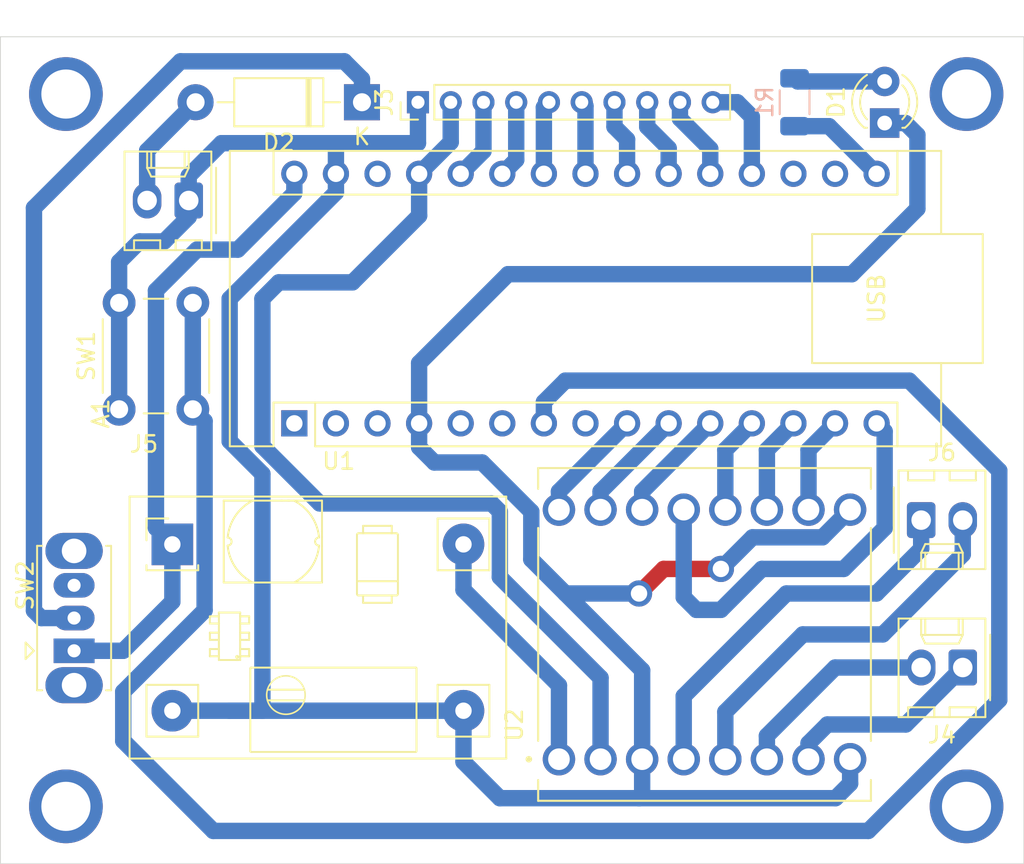
<source format=kicad_pcb>
(kicad_pcb (version 20240108) (generator "pcbnew") (generator_version "8.0")
  (layers (0 "F.Cu" signal) (31 "B.Cu" signal) (34 "B.Paste" user) (35 "F.Paste" user) (36 "B.SilkS" user "B.Silkscreen") (37 "F.SilkS" user "F.Silkscreen") (38 "B.Mask" user) (39 "F.Mask" user) (44 "Edge.Cuts" user))
  (net 0 "")
  (net 1 "Net-(A1-A2)")
  (net 3 "+7.5V")
  (net 4 "/AIN1")
  (net 5 "Net-(A1-A3)")
  (net 6 "Net-(A1-A5)")
  (net 7 "Net-(A1-A6)")
  (net 11 "Net-(A1-A4)")
  (net 12 "+5V")
  (net 13 "/BIN1")
  (net 14 "GND")
  (net 15 "Net-(A1-A7)")
  (net 17 "Net-(A1-A1)")
  (net 18 "/PWMB")
  (net 19 "Net-(A1-D4)")
  (net 20 "/AIN2")
  (net 21 "/BIN2")
  (net 23 "/PWMA")
  (net 24 "Net-(A1-A0)")
  (net 26 "/STBY")
  (net 28 "Net-(D1-A)")
  (net 29 "Net-(D2-K)")
  (net 30 "Net-(D2-A)")
  (net 31 "Net-(J4-Pin_1)")
  (net 32 "Net-(J4-Pin_2)")
  (net 33 "Net-(J6-Pin_2)")
  (net 34 "Net-(J6-Pin_1)")
  (net 35 "VCC")
  (net 38 "Net-(A1-D13)")
  (footprint "Module:Arduino_Nano" (layer "F.Cu") (at 126.95 58.11 90)
    (property "Reference" "A1" (at 0.6 -11.82 -90) (layer "F.SilkS"))
    (property "Value" "Arduino_Nano_v2.x")
    (fp_line (start 16.64 -3.94) (end -1.4 -3.94) (stroke (width 0.12)) (layer "F.SilkS"))
    (fp_line (start -1.4 -3.94) (end -1.4 -1.27) (stroke (width 0.12)) (layer "F.SilkS"))
    (fp_line (start 13.97 -1.27) (end 16.64 -1.27) (stroke (width 0.12)) (layer "F.SilkS"))
    (fp_line (start 13.97 -1.27) (end 13.97 36.83) (stroke (width 0.12)) (layer "F.SilkS"))
    (fp_line (start 1.27 -1.27) (end -1.4 -1.27) (stroke (width 0.12)) (layer "F.SilkS"))
    (fp_line (start 1.27 1.27) (end 1.27 -1.27) (stroke (width 0.12)) (layer "F.SilkS"))
    (fp_line (start 1.27 1.27) (end -1.4 1.27) (stroke (width 0.12)) (layer "F.SilkS"))
    (fp_line (start 1.27 1.27) (end 1.27 36.83) (stroke (width 0.12)) (layer "F.SilkS"))
    (fp_line (start -1.4 1.27) (end -1.4 39.5) (stroke (width 0.12)) (layer "F.SilkS"))
    (fp_line (start 11.56 31.62) (end 11.56 42.04) (stroke (width 0.12)) (layer "F.SilkS"))
    (fp_line (start 3.68 31.62) (end 11.56 31.62) (stroke (width 0.12)) (layer "F.SilkS"))
    (fp_line (start 13.97 36.83) (end 16.64 36.83) (stroke (width 0.12)) (layer "F.SilkS"))
    (fp_line (start 1.27 36.83) (end -1.4 36.83) (stroke (width 0.12)) (layer "F.SilkS"))
    (fp_line (start 16.64 39.5) (end 16.64 -3.94) (stroke (width 0.12)) (layer "F.SilkS"))
    (fp_line (start 16.64 39.5) (end 11.56 39.5) (stroke (width 0.12)) (layer "F.SilkS"))
    (fp_line (start -1.4 39.5) (end 3.68 39.5) (stroke (width 0.12)) (layer "F.SilkS"))
    (fp_line (start 11.56 42.04) (end 3.68 42.04) (stroke (width 0.12)) (layer "F.SilkS"))
    (fp_line (start 3.68 42.04) (end 3.68 31.62) (stroke (width 0.12)) (layer "F.SilkS"))
    (fp_text user "USB" (at 7.62 35.56 90) (layer "F.SilkS"))
    (pad "1" thru_hole rect (at 0 0 90) (size 1.6 1.6) (drill 1) (layers "*.Cu" "*.Mask"))
    (pad "2" thru_hole oval (at 0 2.54 90) (size 1.6 1.6) (drill 1) (layers "*.Cu" "*.Mask"))
    (pad "3" thru_hole oval (at 0 5.08 90) (size 1.6 1.6) (drill 1) (layers "*.Cu" "*.Mask"))
    (pad "4" thru_hole oval (at 0 7.62 90) (size 1.6 1.6) (drill 1) (layers "*.Cu" "*.Mask") (net 14 "GND"))
    (pad "5" thru_hole oval (at 0 10.16 90) (size 1.6 1.6) (drill 1) (layers "*.Cu" "*.Mask"))
    (pad "6" thru_hole oval (at 0 12.7 90) (size 1.6 1.6) (drill 1) (layers "*.Cu" "*.Mask"))
    (pad "7" thru_hole oval (at 0 15.24 90) (size 1.6 1.6) (drill 1) (layers "*.Cu" "*.Mask") (net 19 "Net-(A1-D4)"))
    (pad "8" thru_hole oval (at 0 17.78 90) (size 1.6 1.6) (drill 1) (layers "*.Cu" "*.Mask"))
    (pad "9" thru_hole oval (at 0 20.32 90) (size 1.6 1.6) (drill 1) (layers "*.Cu" "*.Mask") (net 23 "/PWMA"))
    (pad "10" thru_hole oval (at 0 22.86 90) (size 1.6 1.6) (drill 1) (layers "*.Cu" "*.Mask") (net 20 "/AIN2"))
    (pad "11" thru_hole oval (at 0 25.4 90) (size 1.6 1.6) (drill 1) (layers "*.Cu" "*.Mask") (net 4 "/AIN1"))
    (pad "12" thru_hole oval (at 0 27.94 90) (size 1.6 1.6) (drill 1) (layers "*.Cu" "*.Mask") (net 13 "/BIN1"))
    (pad "13" thru_hole oval (at 0 30.48 90) (size 1.6 1.6) (drill 1) (layers "*.Cu" "*.Mask") (net 21 "/BIN2"))
    (pad "14" thru_hole oval (at 0 33.02 90) (size 1.6 1.6) (drill 1) (layers "*.Cu" "*.Mask") (net 18 "/PWMB"))
    (pad "15" thru_hole oval (at 0 35.56 90) (size 1.6 1.6) (drill 1) (layers "*.Cu" "*.Mask") (net 26 "/STBY"))
    (pad "16" thru_hole oval (at 15.24 35.56 90) (size 1.6 1.6) (drill 1) (layers "*.Cu" "*.Mask") (net 38 "Net-(A1-D13)"))
    (pad "17" thru_hole oval (at 15.24 33.02 90) (size 1.6 1.6) (drill 1) (layers "*.Cu" "*.Mask"))
    (pad "18" thru_hole oval (at 15.24 30.48 90) (size 1.6 1.6) (drill 1) (layers "*.Cu" "*.Mask"))
    (pad "19" thru_hole oval (at 15.24 27.94 90) (size 1.6 1.6) (drill 1) (layers "*.Cu" "*.Mask") (net 24 "Net-(A1-A0)"))
    (pad "20" thru_hole oval (at 15.24 25.4 90) (size 1.6 1.6) (drill 1) (layers "*.Cu" "*.Mask") (net 17 "Net-(A1-A1)"))
    (pad "21" thru_hole oval (at 15.24 22.86 90) (size 1.6 1.6) (drill 1) (layers "*.Cu" "*.Mask") (net 1 "Net-(A1-A2)"))
    (pad "22" thru_hole oval (at 15.24 20.32 90) (size 1.6 1.6) (drill 1) (layers "*.Cu" "*.Mask") (net 5 "Net-(A1-A3)"))
    (pad "23" thru_hole oval (at 15.24 17.78 90) (size 1.6 1.6) (drill 1) (layers "*.Cu" "*.Mask") (net 11 "Net-(A1-A4)"))
    (pad "24" thru_hole oval (at 15.24 15.24 90) (size 1.6 1.6) (drill 1) (layers "*.Cu" "*.Mask") (net 6 "Net-(A1-A5)"))
    (pad "25" thru_hole oval (at 15.24 12.7 90) (size 1.6 1.6) (drill 1) (layers "*.Cu" "*.Mask") (net 7 "Net-(A1-A6)"))
    (pad "26" thru_hole oval (at 15.24 10.16 90) (size 1.6 1.6) (drill 1) (layers "*.Cu" "*.Mask") (net 15 "Net-(A1-A7)"))
    (pad "27" thru_hole oval (at 15.24 7.62 90) (size 1.6 1.6) (drill 1) (layers "*.Cu" "*.Mask") (net 12 "+5V"))
    (pad "28" thru_hole oval (at 15.24 5.08 90) (size 1.6 1.6) (drill 1) (layers "*.Cu" "*.Mask"))
    (pad "29" thru_hole oval (at 15.24 2.54 90) (size 1.6 1.6) (drill 1) (layers "*.Cu" "*.Mask") (net 14 "GND"))
    (pad "30" thru_hole oval (at 15.24 0 90) (size 1.6 1.6) (drill 1) (layers "*.Cu" "*.Mask") (net 3 "+7.5V"))
  )
  (footprint "Connector_Molex:Molex_KK-254_AE-6410-02A_1x02_P2.54mm_Vertical" (layer "F.Cu") (at 167.77 73.02 180)
    (property "Reference" "J4" (at 1.27 -4.12 360) (layer "F.SilkS"))
    (property "Value" "Motor2")
    (fp_line (start 3.92 2.99) (end 3.92 -3.03) (stroke (width 0.12)) (layer "F.SilkS"))
    (fp_line (start 3.92 -3.03) (end -1.38 -3.03) (stroke (width 0.12)) (layer "F.SilkS"))
    (fp_line (start 3.34 -2.43) (end 3.34 -3.03) (stroke (width 0.12)) (layer "F.SilkS"))
    (fp_line (start 2.54 1.99) (end 2.54 2.99) (stroke (width 0.12)) (layer "F.SilkS"))
    (fp_line (start 2.29 2.99) (end 2.29 1.99) (stroke (width 0.12)) (layer "F.SilkS"))
    (fp_line (start 2.29 1.46) (end 2.54 1.99) (stroke (width 0.12)) (layer "F.SilkS"))
    (fp_line (start 1.74 -2.43) (end 3.34 -2.43) (stroke (width 0.12)) (layer "F.SilkS"))
    (fp_line (start 1.74 -3.03) (end 1.74 -2.43) (stroke (width 0.12)) (layer "F.SilkS"))
    (fp_line (start 0.8 -2.43) (end 0.8 -3.03) (stroke (width 0.12)) (layer "F.SilkS"))
    (fp_line (start 0.25 2.99) (end 0.25 1.99) (stroke (width 0.12)) (layer "F.SilkS"))
    (fp_line (start 0.25 1.46) (end 2.29 1.46) (stroke (width 0.12)) (layer "F.SilkS"))
    (fp_line (start 0 2.99) (end 0 1.99) (stroke (width 0.12)) (layer "F.SilkS"))
    (fp_line (start 0 1.99) (end 2.54 1.99) (stroke (width 0.12)) (layer "F.SilkS"))
    (fp_line (start 0 1.99) (end 0.25 1.46) (stroke (width 0.12)) (layer "F.SilkS"))
    (fp_line (start -0.8 -2.43) (end 0.8 -2.43) (stroke (width 0.12)) (layer "F.SilkS"))
    (fp_line (start -0.8 -3.03) (end -0.8 -2.43) (stroke (width 0.12)) (layer "F.SilkS"))
    (fp_line (start -1.38 2.99) (end 3.92 2.99) (stroke (width 0.12)) (layer "F.SilkS"))
    (fp_line (start -1.38 -3.03) (end -1.38 2.99) (stroke (width 0.12)) (layer "F.SilkS"))
    (fp_line (start -1.67 -2) (end -1.67 2) (stroke (width 0.12)) (layer "F.SilkS"))
    (pad "1" thru_hole roundrect (at 0 0 180) (size 1.74 2.19) (drill 1.19) (layers "*.Cu" "*.Mask") (roundrect_rratio 0.143678) (net 31 "Net-(J4-Pin_1)"))
    (pad "2" thru_hole oval (at 2.54 0 180) (size 1.74 2.19) (drill 1.19) (layers "*.Cu" "*.Mask") (net 32 "Net-(J4-Pin_2)"))
  )
  (footprint "LED_THT:LED_D3.0mm" (layer "F.Cu") (at 163 39.77 90)
    (property "Reference" "D1" (at 1.27 -2.96 90) (layer "F.SilkS"))
    (property "Value" "LED")
    (fp_line (start -0.29 -1.236) (end -0.29 -1.08) (stroke (width 0.12)) (layer "F.SilkS"))
    (fp_line (start -0.29 1.08) (end -0.29 1.236) (stroke (width 0.12)) (layer "F.SilkS"))
    (fp_arc (start -0.29 -1.235516) (mid 1.365624 -1.987701) (end 2.941397 -1.080061) (stroke (width 0.12)) (layer "F.SilkS"))
    (fp_arc (start 0.229039 -1.08) (mid 1.269965 -1.5) (end 2.31091 -1.080049) (stroke (width 0.12)) (layer "F.SilkS"))
    (fp_arc (start 2.31091 1.080049) (mid 1.269965 1.5) (end 0.229039 1.08) (stroke (width 0.12)) (layer "F.SilkS"))
    (fp_arc (start 2.941397 1.080061) (mid 1.365624 1.987701) (end -0.29 1.235516) (stroke (width 0.12)) (layer "F.SilkS"))
    (pad "1" thru_hole rect (at 0 0 90) (size 1.8 1.8) (drill 0.9) (layers "*.Cu" "*.Mask") (net 14 "GND"))
    (pad "2" thru_hole circle (at 2.54 0 90) (size 1.8 1.8) (drill 0.9) (layers "*.Cu" "*.Mask") (net 28 "Net-(D1-A)"))
  )
  (footprint "KiCad:YAAJ_DCDC_StepUp_SX1308" (layer "F.Cu") (at 119.5 65.5)
    (property "Reference" "U1" (at 10.16 -5.08 360) (layer "F.SilkS"))
    (property "Value" "YAAJ_DCDC_StepUp_SX1308")
    (fp_line (start -2.61 -2.92) (end -2.61 13.08) (stroke (width 0.12)) (layer "F.SilkS"))
    (fp_line (start -2.61 13.08) (end 20.39 13.08) (stroke (width 0.12)) (layer "F.SilkS"))
    (fp_line (start -1.58 -1.58) (end -0.25 -1.58) (stroke (width 0.12)) (layer "F.SilkS"))
    (fp_line (start -1.58 -0.25) (end -1.58 -1.58) (stroke (width 0.12)) (layer "F.SilkS"))
    (fp_line (start -1.58 1.27) (end -1.58 1.58) (stroke (width 0.12)) (layer "F.SilkS"))
    (fp_line (start -1.58 1.58) (end 1.58 1.58) (stroke (width 0.12)) (layer "F.SilkS"))
    (fp_line (start -1.58 8.58) (end 1.58 8.58) (stroke (width 0.12)) (layer "F.SilkS"))
    (fp_line (start -1.58 11.74) (end -1.58 8.58) (stroke (width 0.12)) (layer "F.SilkS"))
    (fp_line (start -1.58 11.74) (end 1.58 11.74) (stroke (width 0.12)) (layer "F.SilkS"))
    (fp_line (start 1.58 1.27) (end 1.58 1.58) (stroke (width 0.12)) (layer "F.SilkS"))
    (fp_line (start 1.58 8.58) (end 1.58 11.74) (stroke (width 0.12)) (layer "F.SilkS"))
    (fp_line (start 2.291477 4.393553) (end 2.291477 4.833553) (stroke (width 0.12)) (layer "F.SilkS"))
    (fp_line (start 2.291477 4.393553) (end 2.841477 4.393553) (stroke (width 0.12)) (layer "F.SilkS"))
    (fp_line (start 2.291477 4.833553) (end 2.841477 4.833553) (stroke (width 0.12)) (layer "F.SilkS"))
    (fp_line (start 2.291477 5.393553) (end 2.291477 5.833553) (stroke (width 0.12)) (layer "F.SilkS"))
    (fp_line (start 2.291477 6.393553) (end 2.291477 6.833553) (stroke (width 0.12)) (layer "F.SilkS"))
    (fp_line (start 2.291477 6.393553) (end 2.841477 6.393553) (stroke (width 0.12)) (layer "F.SilkS"))
    (fp_line (start 2.291477 6.833553) (end 2.841477 6.833553) (stroke (width 0.12)) (layer "F.SilkS"))
    (fp_line (start 2.841477 5.393553) (end 2.291477 5.393553) (stroke (width 0.12)) (layer "F.SilkS"))
    (fp_line (start 2.841477 5.833553) (end 2.291477 5.833553) (stroke (width 0.12)) (layer "F.SilkS"))
    (fp_line (start 2.841477 7.063553) (end 2.841477 4.163553) (stroke (width 0.12)) (layer "F.SilkS"))
    (fp_line (start 3.14 -2.67) (end 3.14 2.33) (stroke (width 0.12)) (layer "F.SilkS"))
    (fp_line (start 3.14 -2.67) (end 9.14 -2.67) (stroke (width 0.12)) (layer "F.SilkS"))
    (fp_line (start 4.141477 4.163553) (end 2.841477 4.163553) (stroke (width 0.12)) (layer "F.SilkS"))
    (fp_line (start 4.141477 7.063553) (end 2.841477 7.063553) (stroke (width 0.12)) (layer "F.SilkS"))
    (fp_line (start 4.141477 7.063553) (end 4.141477 4.163553) (stroke (width 0.12)) (layer "F.SilkS"))
    (fp_line (start 4.506786 5.833553) (end 4.141477 5.833553) (stroke (width 0.12)) (layer "F.SilkS"))
    (fp_line (start 4.691477 4.393553) (end 4.141477 4.393553) (stroke (width 0.12)) (layer "F.SilkS"))
    (fp_line (start 4.691477 4.393553) (end 4.691477 4.833553) (stroke (width 0.12)) (layer "F.SilkS"))
    (fp_line (start 4.691477 4.833553) (end 4.141477 4.833553) (stroke (width 0.12)) (layer "F.SilkS"))
    (fp_line (start 4.691477 5.393553) (end 4.141477 5.393553) (stroke (width 0.12)) (layer "F.SilkS"))
    (fp_line (start 4.691477 5.393553) (end 4.691477 5.833553) (stroke (width 0.12)) (layer "F.SilkS"))
    (fp_line (start 4.691477 5.833553) (end 4.543494 5.833553) (stroke (width 0.12)) (layer "F.SilkS"))
    (fp_line (start 4.691477 6.393553) (end 4.141477 6.393553) (stroke (width 0.12)) (layer "F.SilkS"))
    (fp_line (start 4.691477 6.393553) (end 4.691477 6.833553) (stroke (width 0.12)) (layer "F.SilkS"))
    (fp_line (start 4.691477 6.833553) (end 4.141477 6.833553) (stroke (width 0.12)) (layer "F.SilkS"))
    (fp_line (start 4.760943 12.627113) (end 4.760943 7.577113) (stroke (width 0.12)) (layer "F.SilkS"))
    (fp_line (start 4.810943 7.527113) (end 14.860943 7.527113) (stroke (width 0.12)) (layer "F.SilkS"))
    (fp_line (start 5.825 9.525) (end 8.05 9.525) (stroke (width 0.12)) (layer "F.SilkS"))
    (fp_line (start 6.673726 -2.671) (end 6.646803 -2.671) (stroke (width 0.12)) (layer "F.SilkS"))
    (fp_line (start 6.723726 -2.671) (end 6.703353 -2.671) (stroke (width 0.12)) (layer "F.SilkS"))
    (fp_line (start 7.161226 -2.671) (end 7.047764 -2.671) (stroke (width 0.12)) (layer "F.SilkS"))
    (fp_line (start 8.05 8.877113) (end 5.825 8.875) (stroke (width 0.12)) (layer "F.SilkS"))
    (fp_line (start 9.14 2.33) (end 3.14 2.33) (stroke (width 0.12)) (layer "F.SilkS"))
    (fp_line (start 9.14 2.33) (end 9.14 -2.67) (stroke (width 0.12)) (layer "F.SilkS"))
    (fp_line (start 11.274314 3.01979) (end 11.274314 -0.580209) (stroke (width 0.12)) (layer "F.SilkS"))
    (fp_line (start 11.374314 -0.680209) (end 13.674314 -0.680209) (stroke (width 0.12)) (layer "F.SilkS"))
    (fp_line (start 11.649314 -1.130209) (end 13.399314 -1.130209) (stroke (width 0.12)) (layer "F.SilkS"))
    (fp_line (start 11.649314 -0.680209) (end 11.649314 -1.130209) (stroke (width 0.12)) (layer "F.SilkS"))
    (fp_line (start 11.649314 3.56979) (end 11.649314 3.11979) (stroke (width 0.12)) (layer "F.SilkS"))
    (fp_line (start 13.399314 -1.130209) (end 13.399314 -0.680209) (stroke (width 0.12)) (layer "F.SilkS"))
    (fp_line (start 13.399314 3.11979) (end 13.399314 3.56979) (stroke (width 0.12)) (layer "F.SilkS"))
    (fp_line (start 13.399314 3.56979) (end 11.649314 3.56979) (stroke (width 0.12)) (layer "F.SilkS"))
    (fp_line (start 13.674314 2.249512) (end 11.374314 2.249512) (stroke (width 0.12)) (layer "F.SilkS"))
    (fp_line (start 13.674314 3.11979) (end 11.374314 3.11979) (stroke (width 0.12)) (layer "F.SilkS"))
    (fp_line (start 13.774314 -0.580209) (end 13.774314 3.01979) (stroke (width 0.12)) (layer "F.SilkS"))
    (fp_line (start 14.860943 12.677113) (end 4.810943 12.677113) (stroke (width 0.12)) (layer "F.SilkS"))
    (fp_line (start 14.910943 7.577113) (end 14.910943 12.627113) (stroke (width 0.12)) (layer "F.SilkS"))
    (fp_line (start 16.2 -1.58) (end 19.36 -1.58) (stroke (width 0.12)) (layer "F.SilkS"))
    (fp_line (start 16.2 1.58) (end 16.2 -1.58) (stroke (width 0.12)) (layer "F.SilkS"))
    (fp_line (start 16.2 1.58) (end 19.36 1.58) (stroke (width 0.12)) (layer "F.SilkS"))
    (fp_line (start 16.2 8.58) (end 19.36 8.58) (stroke (width 0.12)) (layer "F.SilkS"))
    (fp_line (start 16.2 11.74) (end 16.2 8.58) (stroke (width 0.12)) (layer "F.SilkS"))
    (fp_line (start 16.2 11.74) (end 19.36 11.74) (stroke (width 0.12)) (layer "F.SilkS"))
    (fp_line (start 19.36 -1.58) (end 19.36 1.58) (stroke (width 0.12)) (layer "F.SilkS"))
    (fp_line (start 19.36 8.58) (end 19.36 11.74) (stroke (width 0.12)) (layer "F.SilkS"))
    (fp_line (start 20.39 -2.92) (end -2.61 -2.92) (stroke (width 0.12)) (layer "F.SilkS"))
    (fp_line (start 20.39 13.08) (end 20.39 -2.92) (stroke (width 0.12)) (layer "F.SilkS"))
    (fp_arc (start 3.379787 -0.41975) (mid 3.618629 -0.17) (end 3.379788 0.07975) (stroke (width 0.12)) (layer "F.SilkS"))
    (fp_arc (start 3.379789 -0.41975) (mid 3.852141 -1.74286) (end 4.907675 -2.669999) (stroke (width 0.12)) (layer "F.SilkS"))
    (fp_arc (start 4.760943 7.577113) (mid 4.775586 7.541764) (end 4.810943 7.527113) (stroke (width 0.12)) (layer "F.SilkS"))
    (fp_arc (start 4.810943 12.677113) (mid 4.775555 12.662484) (end 4.760943 12.627113) (stroke (width 0.12)) (layer "F.SilkS"))
    (fp_arc (start 4.907674 2.329999) (mid 3.852142 1.40286) (end 3.379788 0.07975) (stroke (width 0.12)) (layer "F.SilkS"))
    (fp_arc (start 7.42958 -2.669999) (mid 8.485111 -1.742859) (end 8.957466 -0.41975) (stroke (width 0.12)) (layer "F.SilkS"))
    (fp_arc (start 8.957465 0.07975) (mid 8.485113 1.402861) (end 7.429579 2.329999) (stroke (width 0.12)) (layer "F.SilkS"))
    (fp_arc (start 8.957467 0.07975) (mid 8.718631 -0.17) (end 8.957466 -0.41975) (stroke (width 0.12)) (layer "F.SilkS"))
    (fp_arc (start 11.274314 -0.580209) (mid 11.303607 -0.650909) (end 11.374314 -0.680209) (stroke (width 0.12)) (layer "F.SilkS"))
    (fp_arc (start 11.374314 3.11979) (mid 11.303598 3.090505) (end 11.274314 3.01979) (stroke (width 0.12)) (layer "F.SilkS"))
    (fp_arc (start 13.674314 -0.680209) (mid 13.745019 -0.650915) (end 13.774314 -0.580209) (stroke (width 0.12)) (layer "F.SilkS"))
    (fp_arc (start 13.774314 3.01979) (mid 13.745029 3.090512) (end 13.674314 3.11979) (stroke (width 0.12)) (layer "F.SilkS"))
    (fp_arc (start 14.860943 7.527113) (mid 14.896266 7.541774) (end 14.910943 7.577113) (stroke (width 0.12)) (layer "F.SilkS"))
    (fp_arc (start 14.910943 12.627113) (mid 14.896296 12.662475) (end 14.860943 12.677113) (stroke (width 0.12)) (layer "F.SilkS"))
    (fp_circle (center 3.959633 6.873791) (end 4.019821 6.873791) (stroke (width 0.12)) (fill none) (layer "F.SilkS"))
    (fp_circle (center 6.935943 9.202113) (end 8.110943 9.202113) (stroke (width 0.1)) (fill none) (layer "F.SilkS"))
    (pad "1" thru_hole rect (at 0 0) (size 2.54 2.54) (drill 1) (layers "*.Cu" "*.Mask") (net 3 "+7.5V"))
    (pad "2" thru_hole circle (at 0 10.16) (size 2.54 2.54) (drill 1) (layers "*.Cu" "*.Mask") (net 14 "GND"))
    (pad "3" thru_hole circle (at 17.78 10.16) (size 2.54 2.54) (drill 1) (layers "*.Cu" "*.Mask") (net 14 "GND"))
    (pad "4" thru_hole circle (at 17.78 0) (size 2.54 2.54) (drill 1) (layers "*.Cu" "*.Mask") (net 35 "VCC"))
  )
  (footprint "Connector_Molex:Molex_KK-254_AE-6410-02A_1x02_P2.54mm_Vertical" (layer "F.Cu") (at 165.23 64.02)
    (property "Reference" "J6" (at 1.27 -4.12 0) (layer "F.SilkS"))
    (property "Value" "Motor2")
    (fp_line (start -1.67 -2) (end -1.67 2) (stroke (width 0.12)) (layer "F.SilkS"))
    (fp_line (start -1.38 -3.03) (end -1.38 2.99) (stroke (width 0.12)) (layer "F.SilkS"))
    (fp_line (start -1.38 2.99) (end 3.92 2.99) (stroke (width 0.12)) (layer "F.SilkS"))
    (fp_line (start -0.8 -3.03) (end -0.8 -2.43) (stroke (width 0.12)) (layer "F.SilkS"))
    (fp_line (start -0.8 -2.43) (end 0.8 -2.43) (stroke (width 0.12)) (layer "F.SilkS"))
    (fp_line (start 0 1.99) (end 0.25 1.46) (stroke (width 0.12)) (layer "F.SilkS"))
    (fp_line (start 0 1.99) (end 2.54 1.99) (stroke (width 0.12)) (layer "F.SilkS"))
    (fp_line (start 0 2.99) (end 0 1.99) (stroke (width 0.12)) (layer "F.SilkS"))
    (fp_line (start 0.25 1.46) (end 2.29 1.46) (stroke (width 0.12)) (layer "F.SilkS"))
    (fp_line (start 0.25 2.99) (end 0.25 1.99) (stroke (width 0.12)) (layer "F.SilkS"))
    (fp_line (start 0.8 -2.43) (end 0.8 -3.03) (stroke (width 0.12)) (layer "F.SilkS"))
    (fp_line (start 1.74 -3.03) (end 1.74 -2.43) (stroke (width 0.12)) (layer "F.SilkS"))
    (fp_line (start 1.74 -2.43) (end 3.34 -2.43) (stroke (width 0.12)) (layer "F.SilkS"))
    (fp_line (start 2.29 1.46) (end 2.54 1.99) (stroke (width 0.12)) (layer "F.SilkS"))
    (fp_line (start 2.29 2.99) (end 2.29 1.99) (stroke (width 0.12)) (layer "F.SilkS"))
    (fp_line (start 2.54 1.99) (end 2.54 2.99) (stroke (width 0.12)) (layer "F.SilkS"))
    (fp_line (start 3.34 -2.43) (end 3.34 -3.03) (stroke (width 0.12)) (layer "F.SilkS"))
    (fp_line (start 3.92 -3.03) (end -1.38 -3.03) (stroke (width 0.12)) (layer "F.SilkS"))
    (fp_line (start 3.92 2.99) (end 3.92 -3.03) (stroke (width 0.12)) (layer "F.SilkS"))
    (pad "1" thru_hole roundrect (at 0 0) (size 1.74 2.19) (drill 1.19) (layers "*.Cu" "*.Mask") (roundrect_rratio 0.143678) (net 34 "Net-(J6-Pin_1)"))
    (pad "2" thru_hole oval (at 2.54 0) (size 1.74 2.19) (drill 1.19) (layers "*.Cu" "*.Mask") (net 33 "Net-(J6-Pin_2)"))
  )
  (footprint "Connector_PinHeader_2.00mm:PinHeader_1x10_P2.00mm_Vertical" (layer "F.Cu") (at 134.5 38.5 90)
    (property "Reference" "J3" (at 0 -2.06 90) (layer "F.SilkS"))
    (property "Value" "Conn_01x10_Pin")
    (fp_line (start -1.06 -1.06) (end 0 -1.06) (stroke (width 0.12)) (layer "F.SilkS"))
    (fp_line (start -1.06 0) (end -1.06 -1.06) (stroke (width 0.12)) (layer "F.SilkS"))
    (fp_line (start 1.06 1) (end 1.06 19.06) (stroke (width 0.12)) (layer "F.SilkS"))
    (fp_line (start -1.06 1) (end 1.06 1) (stroke (width 0.12)) (layer "F.SilkS"))
    (fp_line (start -1.06 1) (end -1.06 19.06) (stroke (width 0.12)) (layer "F.SilkS"))
    (fp_line (start -1.06 19.06) (end 1.06 19.06) (stroke (width 0.12)) (layer "F.SilkS"))
    (pad "1" thru_hole rect (at 0 0 90) (size 1.35 1.35) (drill 0.8) (layers "*.Cu" "*.Mask") (net 14 "GND"))
    (pad "2" thru_hole oval (at 0 2 90) (size 1.35 1.35) (drill 0.8) (layers "*.Cu" "*.Mask") (net 12 "+5V"))
    (pad "3" thru_hole oval (at 0 4 90) (size 1.35 1.35) (drill 0.8) (layers "*.Cu" "*.Mask") (net 15 "Net-(A1-A7)"))
    (pad "4" thru_hole oval (at 0 6 90) (size 1.35 1.35) (drill 0.8) (layers "*.Cu" "*.Mask") (net 7 "Net-(A1-A6)"))
    (pad "5" thru_hole oval (at 0 8 90) (size 1.35 1.35) (drill 0.8) (layers "*.Cu" "*.Mask") (net 6 "Net-(A1-A5)"))
    (pad "6" thru_hole oval (at 0 10 90) (size 1.35 1.35) (drill 0.8) (layers "*.Cu" "*.Mask") (net 11 "Net-(A1-A4)"))
    (pad "7" thru_hole oval (at 0 12 90) (size 1.35 1.35) (drill 0.8) (layers "*.Cu" "*.Mask") (net 5 "Net-(A1-A3)"))
    (pad "8" thru_hole oval (at 0 14 90) (size 1.35 1.35) (drill 0.8) (layers "*.Cu" "*.Mask") (net 1 "Net-(A1-A2)"))
    (pad "9" thru_hole oval (at 0 16 90) (size 1.35 1.35) (drill 0.8) (layers "*.Cu" "*.Mask") (net 17 "Net-(A1-A1)"))
    (pad "10" thru_hole oval (at 0 18 90) (size 1.35 1.35) (drill 0.8) (layers "*.Cu" "*.Mask") (net 24 "Net-(A1-A0)"))
  )
  (footprint "Connector_Molex:Molex_KK-254_AE-6410-02A_1x02_P2.54mm_Vertical" (layer "F.Cu") (at 120.5 44.5 180)
    (property "Reference" "J5" (at 2.73 -14.88 180) (layer "F.SilkS"))
    (property "Value" "molex macho 2P")
    (fp_line (start 3.92 2.99) (end 3.92 -3.03) (stroke (width 0.12)) (layer "F.SilkS"))
    (fp_line (start 3.92 -3.03) (end -1.38 -3.03) (stroke (width 0.12)) (layer "F.SilkS"))
    (fp_line (start 3.34 -2.43) (end 3.34 -3.03) (stroke (width 0.12)) (layer "F.SilkS"))
    (fp_line (start 2.54 1.99) (end 2.54 2.99) (stroke (width 0.12)) (layer "F.SilkS"))
    (fp_line (start 2.29 2.99) (end 2.29 1.99) (stroke (width 0.12)) (layer "F.SilkS"))
    (fp_line (start 2.29 1.46) (end 2.54 1.99) (stroke (width 0.12)) (layer "F.SilkS"))
    (fp_line (start 1.74 -2.43) (end 3.34 -2.43) (stroke (width 0.12)) (layer "F.SilkS"))
    (fp_line (start 1.74 -3.03) (end 1.74 -2.43) (stroke (width 0.12)) (layer "F.SilkS"))
    (fp_line (start 0.8 -2.43) (end 0.8 -3.03) (stroke (width 0.12)) (layer "F.SilkS"))
    (fp_line (start 0.25 2.99) (end 0.25 1.99) (stroke (width 0.12)) (layer "F.SilkS"))
    (fp_line (start 0.25 1.46) (end 2.29 1.46) (stroke (width 0.12)) (layer "F.SilkS"))
    (fp_line (start 0 2.99) (end 0 1.99) (stroke (width 0.12)) (layer "F.SilkS"))
    (fp_line (start 0 1.99) (end 2.54 1.99) (stroke (width 0.12)) (layer "F.SilkS"))
    (fp_line (start 0 1.99) (end 0.25 1.46) (stroke (width 0.12)) (layer "F.SilkS"))
    (fp_line (start -0.8 -2.43) (end 0.8 -2.43) (stroke (width 0.12)) (layer "F.SilkS"))
    (fp_line (start -0.8 -3.03) (end -0.8 -2.43) (stroke (width 0.12)) (layer "F.SilkS"))
    (fp_line (start -1.38 2.99) (end 3.92 2.99) (stroke (width 0.12)) (layer "F.SilkS"))
    (fp_line (start -1.38 -3.03) (end -1.38 2.99) (stroke (width 0.12)) (layer "F.SilkS"))
    (fp_line (start -1.67 -2) (end -1.67 2) (stroke (width 0.12)) (layer "F.SilkS"))
    (pad "1" thru_hole roundrect (at 0 0 180) (size 1.74 2.19) (drill 1.19) (layers "*.Cu" "*.Mask") (roundrect_rratio 0.143678) (net 14 "GND"))
    (pad "2" thru_hole oval (at 2.54 0 180) (size 1.74 2.19) (drill 1.19) (layers "*.Cu" "*.Mask") (net 30 "Net-(D2-A)"))
  )
  (footprint "Button_Switch_THT:SW_Slide_SPDT_Straight_CK_OS102011MS2Q" (layer "F.Cu") (at 113.5 72 90)
    (property "Reference" "SW2" (at 3.99 -2.99 90) (layer "F.SilkS"))
    (property "Value" "SW_SPDT")
    (fp_line (start 0.5 -2.96) (end -0.5 -2.96) (stroke (width 0.12)) (layer "F.SilkS"))
    (fp_line (start -0.5 -2.96) (end 0 -2.46) (stroke (width 0.12)) (layer "F.SilkS"))
    (fp_line (start 0 -2.46) (end 0.5 -2.96) (stroke (width 0.12)) (layer "F.SilkS"))
    (fp_line (start 6.41 -2.26) (end 6.41 -1.95) (stroke (width 0.12)) (layer "F.SilkS"))
    (fp_line (start -2.41 -2.26) (end 6.41 -2.26) (stroke (width 0.12)) (layer "F.SilkS"))
    (fp_line (start -2.41 -1.95) (end -2.41 -2.26) (stroke (width 0.12)) (layer "F.SilkS"))
    (fp_line (start 6.41 2.26) (end 6.41 1.95) (stroke (width 0.12)) (layer "F.SilkS"))
    (fp_line (start 6.41 2.26) (end -2.41 2.26) (stroke (width 0.12)) (layer "F.SilkS"))
    (fp_line (start -2.41 2.26) (end -2.41 1.95) (stroke (width 0.12)) (layer "F.SilkS"))
    (pad "" thru_hole oval (at -2.1 0 90) (size 2.2 3.5) (drill 1.5) (layers "*.Cu" "*.Mask"))
    (pad "" thru_hole oval (at 6.1 0 90) (size 2.2 3.5) (drill 1.5) (layers "*.Cu" "*.Mask"))
    (pad "1" thru_hole rect (at 0 0 90) (size 1.5 2.5) (drill 0.8) (layers "*.Cu" "*.Mask") (net 3 "+7.5V"))
    (pad "2" thru_hole oval (at 2 0 90) (size 1.5 2.5) (drill 0.8) (layers "*.Cu" "*.Mask") (net 29 "Net-(D2-K)"))
    (pad "3" thru_hole oval (at 4 0 90) (size 1.5 2.5) (drill 0.8) (layers "*.Cu" "*.Mask"))
  )
  (footprint "Button_Switch_THT:SW_PUSH_6mm" (layer "F.Cu") (at 116.25 57.25 90)
    (property "Reference" "SW1" (at 3.25 -2 90) (layer "F.SilkS"))
    (property "Value" "SW_Push")
    (fp_line (start 5.5 -1) (end 1 -1) (stroke (width 0.12)) (layer "F.SilkS"))
    (fp_line (start -0.25 1.5) (end -0.25 3) (stroke (width 0.12)) (layer "F.SilkS"))
    (fp_line (start 6.75 3) (end 6.75 1.5) (stroke (width 0.12)) (layer "F.SilkS"))
    (fp_line (start 1 5.5) (end 5.5 5.5) (stroke (width 0.12)) (layer "F.SilkS"))
    (pad "1" thru_hole circle (at 0 0 180) (size 2 2) (drill 1.1) (layers "*.Cu" "*.Mask") (net 14 "GND"))
    (pad "1" thru_hole circle (at 6.5 0 180) (size 2 2) (drill 1.1) (layers "*.Cu" "*.Mask") (net 14 "GND"))
    (pad "2" thru_hole circle (at 0 4.5 180) (size 2 2) (drill 1.1) (layers "*.Cu" "*.Mask") (net 19 "Net-(A1-D4)"))
    (pad "2" thru_hole circle (at 6.5 4.5 180) (size 2 2) (drill 1.1) (layers "*.Cu" "*.Mask") (net 19 "Net-(A1-D4)"))
  )
  (footprint "Diode_THT:D_DO-41_SOD81_P10.16mm_Horizontal" (layer "F.Cu") (at 131.08 38.5 180)
    (property "Reference" "D2" (at 5.08 -2.47 360) (layer "F.SilkS"))
    (property "Value" "1N4007")
    (fp_line (start 8.82 0) (end 7.8 0) (stroke (width 0.12)) (layer "F.SilkS"))
    (fp_line (start 7.8 1.47) (end 7.8 -1.47) (stroke (width 0.12)) (layer "F.SilkS"))
    (fp_line (start 7.8 -1.47) (end 2.36 -1.47) (stroke (width 0.12)) (layer "F.SilkS"))
    (fp_line (start 3.38 -1.47) (end 3.38 1.47) (stroke (width 0.12)) (layer "F.SilkS"))
    (fp_line (start 3.26 -1.47) (end 3.26 1.47) (stroke (width 0.12)) (layer "F.SilkS"))
    (fp_line (start 3.14 -1.47) (end 3.14 1.47) (stroke (width 0.12)) (layer "F.SilkS"))
    (fp_line (start 2.36 1.47) (end 7.8 1.47) (stroke (width 0.12)) (layer "F.SilkS"))
    (fp_line (start 2.36 -1.47) (end 2.36 1.47) (stroke (width 0.12)) (layer "F.SilkS"))
    (fp_line (start 1.34 0) (end 2.36 0) (stroke (width 0.12)) (layer "F.SilkS"))
    (fp_text user "K" (at 0 -2.1 360) (layer "F.SilkS"))
    (pad "1" thru_hole rect (at 0 0 180) (size 2.2 2.2) (drill 1.1) (layers "*.Cu" "*.Mask") (net 29 "Net-(D2-K)"))
    (pad "2" thru_hole oval (at 10.16 0 180) (size 2.2 2.2) (drill 1.1) (layers "*.Cu" "*.Mask") (net 30 "Net-(D2-A)"))
  )
  (footprint "ROB-14450:MODULE_ROB-14450" (layer "F.Cu") (at 152 71 90)
    (property "Reference" "U2" (at -5.5332 -11.6132 90) (layer "F.SilkS"))
    (property "Value" "ROB-14450")
    (fp_line (start 8.89 -10.16) (end 10.16 -10.16) (stroke (width 0.127)) (layer "F.SilkS"))
    (fp_line (start -6.5 -10.16) (end 6.5 -10.16) (stroke (width 0.127)) (layer "F.SilkS"))
    (fp_line (start -8.89 -10.16) (end -10.16 -10.16) (stroke (width 0.127)) (layer "F.SilkS"))
    (fp_line (start -10.16 -10.16) (end -10.16 10.16) (stroke (width 0.127)) (layer "F.SilkS"))
    (fp_line (start 10.16 10.16) (end 10.16 -10.16) (stroke (width 0.127)) (layer "F.SilkS"))
    (fp_line (start 8.89 10.16) (end 10.16 10.16) (stroke (width 0.127)) (layer "F.SilkS"))
    (fp_line (start -6.5 10.16) (end 6.5 10.16) (stroke (width 0.127)) (layer "F.SilkS"))
    (fp_line (start -8.89 10.16) (end -10.16 10.16) (stroke (width 0.127)) (layer "F.SilkS"))
    (fp_circle (center -7.62 -10.7282) (end -7.52 -10.7282) (stroke (width 0.2)) (fill none) (layer "F.SilkS"))
    (pad "1" thru_hole circle (at -7.62 -8.89 90) (size 1.98 1.98) (drill 1.32) (layers "*.Cu" "*.Mask") (net 35 "VCC"))
    (pad "2" thru_hole circle (at -7.62 -6.35 90) (size 1.98 1.98) (drill 1.32) (layers "*.Cu" "*.Mask") (net 12 "+5V"))
    (pad "3" thru_hole circle (at -7.62 -3.81 90) (size 1.98 1.98) (drill 1.32) (layers "*.Cu" "*.Mask") (net 14 "GND"))
    (pad "4" thru_hole circle (at -7.62 -1.27 90) (size 1.98 1.98) (drill 1.32) (layers "*.Cu" "*.Mask") (net 34 "Net-(J6-Pin_1)"))
    (pad "5" thru_hole circle (at -7.62 1.27 90) (size 1.98 1.98) (drill 1.32) (layers "*.Cu" "*.Mask") (net 33 "Net-(J6-Pin_2)"))
    (pad "6" thru_hole circle (at -7.62 3.81 90) (size 1.98 1.98) (drill 1.32) (layers "*.Cu" "*.Mask") (net 32 "Net-(J4-Pin_2)"))
    (pad "7" thru_hole circle (at -7.62 6.35 90) (size 1.98 1.98) (drill 1.32) (layers "*.Cu" "*.Mask") (net 31 "Net-(J4-Pin_1)"))
    (pad "8" thru_hole circle (at -7.62 8.89 90) (size 1.98 1.98) (drill 1.32) (layers "*.Cu" "*.Mask") (net 14 "GND"))
    (pad "9" thru_hole circle (at 7.62 8.89 90) (size 1.98 1.98) (drill 1.32) (layers "*.Cu" "*.Mask") (net 14 "GND"))
    (pad "10" thru_hole circle (at 7.62 6.35 90) (size 1.98 1.98) (drill 1.32) (layers "*.Cu" "*.Mask") (net 18 "/PWMB"))
    (pad "11" thru_hole circle (at 7.62 3.81 90) (size 1.98 1.98) (drill 1.32) (layers "*.Cu" "*.Mask") (net 21 "/BIN2"))
    (pad "12" thru_hole circle (at 7.62 1.27 90) (size 1.98 1.98) (drill 1.32) (layers "*.Cu" "*.Mask") (net 13 "/BIN1"))
    (pad "13" thru_hole circle (at 7.62 -1.27 90) (size 1.98 1.98) (drill 1.32) (layers "*.Cu" "*.Mask") (net 26 "/STBY"))
    (pad "14" thru_hole circle (at 7.62 -3.81 90) (size 1.98 1.98) (drill 1.32) (layers "*.Cu" "*.Mask") (net 4 "/AIN1"))
    (pad "15" thru_hole circle (at 7.62 -6.35 90) (size 1.98 1.98) (drill 1.32) (layers "*.Cu" "*.Mask") (net 20 "/AIN2"))
    (pad "16" thru_hole circle (at 7.62 -8.89 90) (size 1.98 1.98) (drill 1.32) (layers "*.Cu" "*.Mask") (net 23 "/PWMA"))
  )
  (footprint "Resistor_SMD:R_1206_3216Metric" (layer "B.Cu") (at 157.5 38.5 -90)
    (property "Reference" "R1" (at 0 1.82 90) (layer "B.SilkS") (effects (justify mirror)))
    (property "Value" "180")
    (fp_line (start 0.727064 0.91) (end -0.727064 0.91) (stroke (width 0.12)) (layer "B.SilkS"))
    (fp_line (start 0.727064 -0.91) (end -0.727064 -0.91) (stroke (width 0.12)) (layer "B.SilkS"))
    (pad "1" smd roundrect (at -1.4625 0 270) (size 1.125 1.75) (layers "B.Cu" "B.Paste" "B.Mask") (roundrect_rratio 0.222222) (net 28 "Net-(D1-A)"))
    (pad "2" smd roundrect (at 1.4625 0 270) (size 1.125 1.75) (layers "B.Cu" "B.Paste" "B.Mask") (roundrect_rratio 0.222222) (net 38 "Net-(A1-D13)"))
  )
  (gr_rect (start 109 34.5) (end 171.5 85) (stroke (width 0.05)) (fill none) (layer "Edge.Cuts"))
  (via (at 113 81.5) (size 4.5) (drill 3) (layers "F.Cu" "B.Cu") (net 0))
  (via (at 168 38) (size 4.5) (drill 3) (layers "F.Cu" "B.Cu") (net 0))
  (via (at 168 81.5) (size 4.5) (drill 3) (layers "F.Cu" "B.Cu") (net 0))
  (via (at 113 38) (size 4.5) (drill 3) (layers "F.Cu" "B.Cu") (net 0))
  (segment (start 149.81 41.31) (end 148.5 40) (width 1) (layer "B.Cu") (net 1))
  (segment (start 148.5 40) (end 148.5 38.5) (width 1) (layer "B.Cu") (net 1))
  (segment (start 149.81 42.87) (end 149.81 41.31) (width 1) (layer "B.Cu") (net 1))
  (segment (start 118.5 64.5) (end 118.5 50) (width 1) (layer "B.Cu") (net 3))
  (segment (start 119.5 65.5) (end 118.5 64.5) (width 1) (layer "B.Cu") (net 3))
  (segment (start 113.5 72) (end 116.5 72) (width 1) (layer "B.Cu") (net 3))
  (segment (start 116.5 72) (end 119.5 69) (width 1) (layer "B.Cu") (net 3))
  (segment (start 118.5 50) (end 121 47.5) (width 1) (layer "B.Cu") (net 3))
  (segment (start 121 47.5) (end 123.5 47.5) (width 1) (layer "B.Cu") (net 3))
  (segment (start 123.5 47.5) (end 126.95 44.05) (width 1) (layer "B.Cu") (net 3))
  (segment (start 126.95 44.05) (end 126.95 42.87) (width 1) (layer "B.Cu") (net 3))
  (segment (start 119.5 69) (end 119.5 65.5) (width 1) (layer "B.Cu") (net 3))
  (segment (start 148.19 62.27) (end 152.35 58.11) (width 1) (layer "B.Cu") (net 4))
  (segment (start 148.19 63.38) (end 148.19 62.27) (width 1) (layer "B.Cu") (net 4))
  (segment (start 146.5 40) (end 146.5 38.5) (width 1) (layer "B.Cu") (net 5))
  (segment (start 147.27 40.77) (end 146.5 40) (width 1) (layer "B.Cu") (net 5))
  (segment (start 147.27 42.87) (end 147.27 40.77) (width 1) (layer "B.Cu") (net 5))
  (segment (start 142.19 42.87) (end 142.19 38.81) (width 1) (layer "B.Cu") (net 6))
  (segment (start 142.19 38.81) (end 142.5 38.5) (width 1) (layer "B.Cu") (net 6))
  (segment (start 140.5 42.02) (end 140.5 38.5) (width 1) (layer "B.Cu") (net 7))
  (segment (start 139.65 42.87) (end 140.5 42.02) (width 1) (layer "B.Cu") (net 7))
  (segment (start 144.73 38.73) (end 144.5 38.5) (width 1) (layer "B.Cu") (net 11))
  (segment (start 144.73 42.87) (end 144.73 38.73) (width 1) (layer "B.Cu") (net 11))
  (segment (start 130.5 49.5) (end 126 49.5) (width 1) (layer "B.Cu") (net 12))
  (segment (start 139.5 67.5) (end 145.65 73.65) (width 1) (layer "B.Cu") (net 12))
  (segment (start 125 59.5) (end 128.5 63) (width 1) (layer "B.Cu") (net 12))
  (segment (start 125 50.5) (end 125 59.5) (width 1) (layer "B.Cu") (net 12))
  (segment (start 139 63) (end 139.5 63.5) (width 1) (layer "B.Cu") (net 12))
  (segment (start 136.5 40.94) (end 136.5 38.5) (width 1) (layer "B.Cu") (net 12))
  (segment (start 128.5 63) (end 139 63) (width 1) (layer "B.Cu") (net 12))
  (segment (start 134.57 42.87) (end 134.57 45.43) (width 1) (layer "B.Cu") (net 12))
  (segment (start 145.65 73.65) (end 145.65 78.62) (width 1) (layer "B.Cu") (net 12))
  (segment (start 139.5 63.5) (end 139.5 67.5) (width 1) (layer "B.Cu") (net 12))
  (segment (start 134.57 42.87) (end 136.5 40.94) (width 1) (layer "B.Cu") (net 12))
  (segment (start 126 49.5) (end 125 50.5) (width 1) (layer "B.Cu") (net 12))
  (segment (start 134.57 45.43) (end 130.5 49.5) (width 1) (layer "B.Cu") (net 12))
  (segment (start 153.27 63.38) (end 153.27 59.73) (width 1) (layer "B.Cu") (net 13))
  (segment (start 153.27 59.73) (end 154.89 58.11) (width 1) (layer "B.Cu") (net 13))
  (segment (start 153 67) (end 149.5 67) (width 1) (layer "F.Cu") (net 14))
  (segment (start 149.5 67) (end 148 68.5) (width 1) (layer "F.Cu") (net 14))
  (via (at 148 68.5) (size 1.6) (drill 1) (layers "F.Cu" "B.Cu") (net 14))
  (via (at 153 67) (size 1.6) (drill 1) (layers "F.Cu" "B.Cu") (net 14))
  (segment (start 129.49 41.01) (end 129.5 41) (width 1) (layer "B.Cu") (net 14))
  (segment (start 161 49) (end 165 45) (width 1) (layer "B.Cu") (net 14))
  (segment (start 123 75.66) (end 119.5 75.66) (width 1) (layer "B.Cu") (net 14))
  (segment (start 160.89 63.38) (end 159.2 65.07) (width 1) (layer "B.Cu") (net 14))
  (segment (start 165 45) (end 165 40.5) (width 1) (layer "B.Cu") (net 14))
  (segment (start 134.57 54.43) (end 140 49) (width 1) (layer "B.Cu") (net 14))
  (segment (start 120.5 43) (end 122.5 41) (width 1) (layer "B.Cu") (net 14))
  (segment (start 148.19 78.62) (end 148.19 80.81) (width 1) (layer "B.Cu") (net 14))
  (segment (start 117.5 47) (end 116.25 48.25) (width 1) (layer "B.Cu") (net 14))
  (segment (start 116.25 48.25) (end 116.25 50.75) (width 1) (layer "B.Cu") (net 14))
  (segment (start 159.2 65.07) (end 154.93 65.07) (width 1) (layer "B.Cu") (net 14))
  (segment (start 154.93 65.07) (end 153 67) (width 1) (layer "B.Cu") (net 14))
  (segment (start 139.5 81) (end 148 81) (width 1) (layer "B.Cu") (net 14))
  (segment (start 137.28 78.78) (end 139.5 81) (width 1) (layer "B.Cu") (net 14))
  (segment (start 123 50.5) (end 123 59.197056) (width 1) (layer "B.Cu") (net 14))
  (segment (start 148.19 80.81) (end 148 81) (width 1) (layer "B.Cu") (net 14))
  (segment (start 165 40.5) (end 164.27 39.77) (width 1) (layer "B.Cu") (net 14))
  (segment (start 134.5 41) (end 134.5 38.5) (width 1) (layer "B.Cu") (net 14))
  (segment (start 141.42 66.42) (end 143.5 68.5) (width 1) (layer "B.Cu") (net 14))
  (segment (start 125 61.197056) (end 125 75.66) (width 1) (layer "B.Cu") (net 14))
  (segment (start 129.49 42.87) (end 129.49 44.01) (width 1) (layer "B.Cu") (net 14))
  (segment (start 129.49 44.01) (end 123 50.5) (width 1) (layer "B.Cu") (net 14))
  (segment (start 134.57 58.11) (end 134.57 59.57) (width 1) (layer "B.Cu") (net 14))
  (segment (start 123 59.197056) (end 125 61.197056) (width 1) (layer "B.Cu") (net 14))
  (segment (start 122.5 41) (end 129.5 41) (width 1) (layer "B.Cu") (net 14))
  (segment (start 129.5 41) (end 131.36 41) (width 1) (layer "B.Cu") (net 14))
  (segment (start 120.5 44.5) (end 120.5 43) (width 1) (layer "B.Cu") (net 14))
  (segment (start 129.49 42.87) (end 129.49 41.01) (width 1) (layer "B.Cu") (net 14))
  (segment (start 148 68.5) (end 143.5 68.5) (width 1) (layer "B.Cu") (net 14))
  (segment (start 137.28 75.66) (end 137.28 78.78) (width 1) (layer "B.Cu") (net 14))
  (segment (start 120.5 45.5) (end 119 47) (width 1) (layer "B.Cu") (net 14))
  (segment (start 160.89 80.11) (end 160 81) (width 1) (layer "B.Cu") (net 14))
  (segment (start 140 49) (end 161 49) (width 1) (layer "B.Cu") (net 14))
  (segment (start 116.25 50.75) (end 116.25 57.25) (width 1) (layer "B.Cu") (net 14))
  (segment (start 141.42 63.5) (end 141.42 66.42) (width 1) (layer "B.Cu") (net 14))
  (segment (start 135.5 60.5) (end 138.42 60.5) (width 1) (layer "B.Cu") (net 14))
  (segment (start 137.28 75.66) (end 123 75.66) (width 1) (layer "B.Cu") (net 14))
  (segment (start 116.5 57.5) (end 116.25 57.25) (width 1) (layer "B.Cu") (net 14))
  (segment (start 125 75.66) (end 123 75.66) (width 1) (layer "B.Cu") (net 14))
  (segment (start 148.19 73.19) (end 148.19 78.62) (width 1) (layer "B.Cu") (net 14))
  (segment (start 131.36 41) (end 134.5 41) (width 1) (layer "B.Cu") (net 14))
  (segment (start 143.5 68.5) (end 148.19 73.19) (width 1) (layer "B.Cu") (net 14))
  (segment (start 138.42 60.5) (end 141.42 63.5) (width 1) (layer "B.Cu") (net 14))
  (segment (start 164.27 39.77) (end 163 39.77) (width 1) (layer "B.Cu") (net 14))
  (segment (start 119 47) (end 117.5 47) (width 1) (layer "B.Cu") (net 14))
  (segment (start 134.57 59.57) (end 135.5 60.5) (width 1) (layer "B.Cu") (net 14))
  (segment (start 160.89 78.62) (end 160.89 80.11) (width 1) (layer "B.Cu") (net 14))
  (segment (start 160 81) (end 148 81) (width 1) (layer "B.Cu") (net 14))
  (segment (start 134.57 58.11) (end 134.57 54.43) (width 1) (layer "B.Cu") (net 14))
  (segment (start 120.5 44.5) (end 120.5 45.5) (width 1) (layer "B.Cu") (net 14))
  (segment (start 137.11 42.87) (end 138.5 41.48) (width 1) (layer "B.Cu") (net 15))
  (segment (start 138.5 41.48) (end 138.5 38.5) (width 1) (layer "B.Cu") (net 15))
  (segment (start 152.35 41.35) (end 150.5 39.5) (width 1) (layer "B.Cu") (net 17))
  (segment (start 150.5 39.5) (end 150.5 38.5) (width 1) (layer "B.Cu") (net 17))
  (segment (start 152.35 42.87) (end 152.35 41.35) (width 1) (layer "B.Cu") (net 17))
  (segment (start 158.35 59.73) (end 159.97 58.11) (width 1) (layer "B.Cu") (net 18))
  (segment (start 158.35 63.38) (end 158.35 59.73) (width 1) (layer "B.Cu") (net 18))
  (segment (start 116.5 77.5) (end 122 83) (width 1) (layer "B.Cu") (net 19))
  (segment (start 121.47 69.53) (end 116.5 74.5) (width 1) (layer "B.Cu") (net 19))
  (segment (start 142.19 56.81) (end 142.19 58.11) (width 1) (layer "B.Cu") (net 19))
  (segment (start 164.5 55.5) (end 143.5 55.5) (width 1) (layer "B.Cu") (net 19))
  (segment (start 122 83) (end 162 83) (width 1) (layer "B.Cu") (net 19))
  (segment (start 170 61) (end 164.5 55.5) (width 1) (layer "B.Cu") (net 19))
  (segment (start 170 75) (end 170 61) (width 1) (layer "B.Cu") (net 19))
  (segment (start 162 83) (end 170 75) (width 1) (layer "B.Cu") (net 19))
  (segment (start 116.5 74.5) (end 116.5 77.5) (width 1) (layer "B.Cu") (net 19))
  (segment (start 143.5 55.5) (end 142.19 56.81) (width 1) (layer "B.Cu") (net 19))
  (segment (start 121.47 57.97) (end 121.47 69.53) (width 1) (layer "B.Cu") (net 19))
  (segment (start 120.75 57.25) (end 121.47 57.97) (width 1) (layer "B.Cu") (net 19))
  (segment (start 120.75 57.25) (end 120.75 50.75) (width 1) (layer "B.Cu") (net 19))
  (segment (start 145.65 63.38) (end 145.65 62.27) (width 1) (layer "B.Cu") (net 20))
  (segment (start 145.65 62.27) (end 149.81 58.11) (width 1) (layer "B.Cu") (net 20))
  (segment (start 155.81 63.38) (end 155.81 59.73) (width 1) (layer "B.Cu") (net 21))
  (segment (start 155.81 59.73) (end 157.43 58.11) (width 1) (layer "B.Cu") (net 21))
  (segment (start 143.11 63.38) (end 143.11 62.27) (width 1) (layer "B.Cu") (net 23))
  (segment (start 143.11 62.27) (end 147.27 58.11) (width 1) (layer "B.Cu") (net 23))
  (segment (start 154.89 42.87) (end 154.89 39.39) (width 1) (layer "B.Cu") (net 24))
  (segment (start 154.89 39.39) (end 154 38.5) (width 1) (layer "B.Cu") (net 24))
  (segment (start 154 38.5) (end 152.5 38.5) (width 1) (layer "B.Cu") (net 24))
  (segment (start 150.73 68.73) (end 150.73 63.38) (width 1) (layer "B.Cu") (net 26))
  (segment (start 163 58.6) (end 163 64.5) (width 1) (layer "B.Cu") (net 26))
  (segment (start 155.5 67) (end 153 69.5) (width 1) (layer "B.Cu") (net 26))
  (segment (start 162.51 58.11) (end 163 58.6) (width 1) (layer "B.Cu") (net 26))
  (segment (start 151.5 69.5) (end 150.73 68.73) (width 1) (layer "B.Cu") (net 26))
  (segment (start 153 69.5) (end 151.5 69.5) (width 1) (layer "B.Cu") (net 26))
  (segment (start 163 64.5) (end 160.5 67) (width 1) (layer "B.Cu") (net 26))
  (segment (start 160.5 67) (end 155.5 67) (width 1) (layer "B.Cu") (net 26))
  (segment (start 157.6925 37.23) (end 157.5 37.0375) (width 1) (layer "B.Cu") (net 28))
  (segment (start 163 37.23) (end 157.6925 37.23) (width 1) (layer "B.Cu") (net 28))
  (segment (start 130 36) (end 120 36) (width 1) (layer "B.Cu") (net 29))
  (segment (start 111.05 44.95) (end 111.05 69.55) (width 1) (layer "B.Cu") (net 29))
  (segment (start 131.08 38.5) (end 131.08 37.08) (width 1) (layer "B.Cu") (net 29))
  (segment (start 120 36) (end 111.05 44.95) (width 1) (layer "B.Cu") (net 29))
  (segment (start 111.05 69.55) (end 111.5 70) (width 1) (layer "B.Cu") (net 29))
  (segment (start 131.08 37.08) (end 130 36) (width 1) (layer "B.Cu") (net 29))
  (segment (start 111.5 70) (end 113.5 70) (width 1) (layer "B.Cu") (net 29))
  (segment (start 117.96 41.46) (end 120.92 38.5) (width 1) (layer "B.Cu") (net 30))
  (segment (start 117.96 44.5) (end 117.96 41.46) (width 1) (layer "B.Cu") (net 30))
  (segment (start 158.35 77.65) (end 158.35 78.62) (width 1) (layer "B.Cu") (net 31))
  (segment (start 164.29 76.5) (end 159.5 76.5) (width 1) (layer "B.Cu") (net 31))
  (segment (start 159.5 76.5) (end 158.35 77.65) (width 1) (layer "B.Cu") (net 31))
  (segment (start 167.77 73.02) (end 164.29 76.5) (width 1) (layer "B.Cu") (net 31))
  (segment (start 165.23 73.02) (end 159.98 73.02) (width 1) (layer "B.Cu") (net 32))
  (segment (start 159.98 73.02) (end 155.81 77.19) (width 1) (layer "B.Cu") (net 32))
  (segment (start 155.81 77.19) (end 155.81 78.62) (width 1) (layer "B.Cu") (net 32))
  (segment (start 167.77 64.02) (end 167.77 66.115) (width 1) (layer "B.Cu") (net 33))
  (segment (start 153.27 75.73) (end 153.27 78.62) (width 1) (layer "B.Cu") (net 33))
  (segment (start 158 71) (end 153.27 75.73) (width 1) (layer "B.Cu") (net 33))
  (segment (start 167.77 66.115) (end 162.885 71) (width 1) (layer "B.Cu") (net 33))
  (segment (start 162.885 71) (end 158 71) (width 1) (layer "B.Cu") (net 33))
  (segment (start 165.23 65.77) (end 162.5 68.5) (width 1) (layer "B.Cu") (net 34))
  (segment (start 165.23 64.02) (end 165.23 65.77) (width 1) (layer "B.Cu") (net 34))
  (segment (start 162.5 68.5) (end 157 68.5) (width 1) (layer "B.Cu") (net 34))
  (segment (start 150.73 74.77) (end 150.73 78.62) (width 1) (layer "B.Cu") (net 34))
  (segment (start 157 68.5) (end 150.73 74.77) (width 1) (layer "B.Cu") (net 34))
  (segment (start 137.28 68.28) (end 143.11 74.11) (width 1) (layer "B.Cu") (net 35))
  (segment (start 137.28 65.5) (end 137.28 68.28) (width 1) (layer "B.Cu") (net 35))
  (segment (start 143.11 74.11) (end 143.11 78.62) (width 1) (layer "B.Cu") (net 35))
  (segment (start 159.6025 39.9625) (end 157.5 39.9625) (width 1) (layer "B.Cu") (net 38))
  (segment (start 162.51 42.87) (end 159.6025 39.9625) (width 1) (layer "B.Cu") (net 38))
)
</source>
